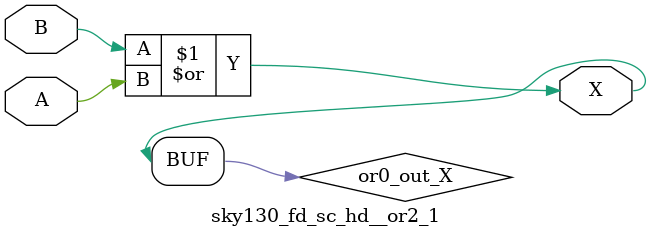
<source format=v>
/*
`ifndef SKY130_FD_SC_HD__OR2_FUNCTIONAL_V
`define SKY130_FD_SC_HD__OR2_FUNCTIONAL_V

`timescale 1ns / 1ps
`default_nettype none
*/




module sky130_fd_sc_hd__or2_1(
	X,
	A,
	B);
/*
output X;
input A;
input B;

or or0(X,A,B);
*/

// Module ports
    output X;
    input  A;
    input  B;

    // Local signals
    wire or0_out_X;

    //  Name  Output     Other arguments
    or  or0  (or0_out_X, B, A           );
    buf buf0 (X        , or0_out_X      );

endmodule

/*
`default_nettype wire
`endif  // SKY130_FD_SC_HD__OR2_FUNCTIONAL_V
*/

</source>
